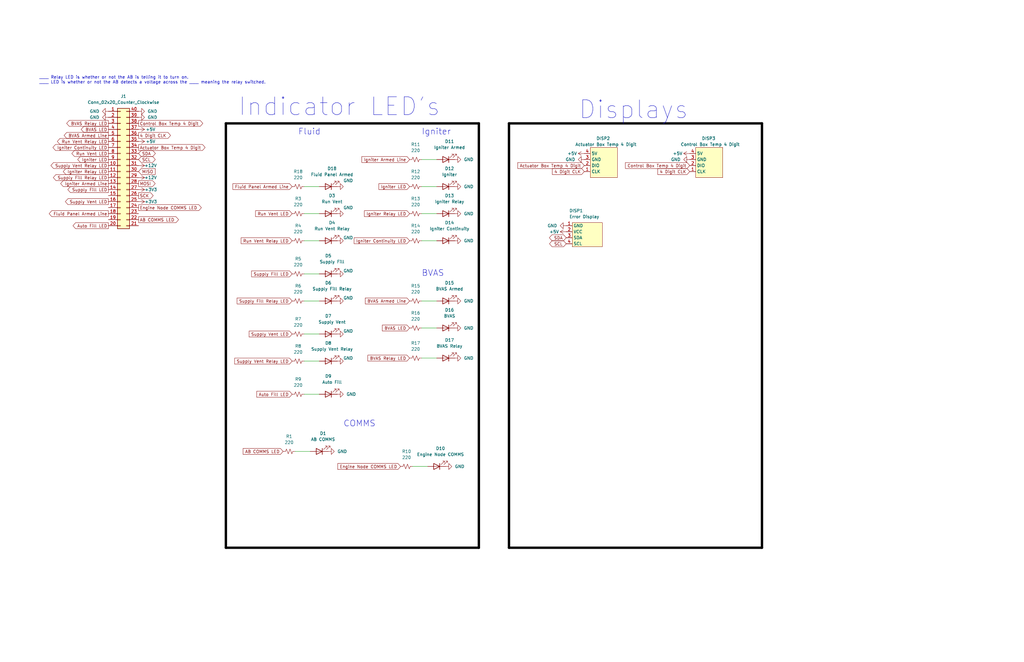
<source format=kicad_sch>
(kicad_sch (version 20211123) (generator eeschema)
  (paper "User" 431.8 279.4)
  (title_block (title "Display Board"))
  (lib_symbols
    (symbol "Connector_Generic:Conn_02x20_Counter_Clockwise" (pin_names (offset 1.016) hide)
      (property "Reference" "J" (at 1.27 25.4 0))
      (property "Value" "Conn_02x20_Counter_Clockwise" (at 1.27 -27.94 0))
      (symbol "Conn_02x20_Counter_Clockwise_1_1"
        (rectangle (start -1.27 -25.273) (end 0 -25.527) (stroke (width 0.1524)))
        (rectangle (start -1.27 -22.733) (end 0 -22.987) (stroke (width 0.1524)))
        (rectangle (start -1.27 -20.193) (end 0 -20.447) (stroke (width 0.1524)))
        (rectangle (start -1.27 -17.653) (end 0 -17.907) (stroke (width 0.1524)))
        (rectangle (start -1.27 -15.113) (end 0 -15.367) (stroke (width 0.1524)))
        (rectangle (start -1.27 -12.573) (end 0 -12.827) (stroke (width 0.1524)))
        (rectangle (start -1.27 -10.033) (end 0 -10.287) (stroke (width 0.1524)))
        (rectangle (start -1.27 -7.493) (end 0 -7.747) (stroke (width 0.1524)))
        (rectangle (start -1.27 -4.953) (end 0 -5.207) (stroke (width 0.1524)))
        (rectangle (start -1.27 -2.413) (end 0 -2.667) (stroke (width 0.1524)))
        (rectangle (start -1.27 0.127) (end 0 -0.127) (stroke (width 0.1524)))
        (rectangle (start -1.27 2.667) (end 0 2.413) (stroke (width 0.1524)))
        (rectangle (start -1.27 5.207) (end 0 4.953) (stroke (width 0.1524)))
        (rectangle (start -1.27 7.747) (end 0 7.493) (stroke (width 0.1524)))
        (rectangle (start -1.27 10.287) (end 0 10.033) (stroke (width 0.1524)))
        (rectangle (start -1.27 12.827) (end 0 12.573) (stroke (width 0.1524)))
        (rectangle (start -1.27 15.367) (end 0 15.113) (stroke (width 0.1524)))
        (rectangle (start -1.27 17.907) (end 0 17.653) (stroke (width 0.1524)))
        (rectangle (start -1.27 20.447) (end 0 20.193) (stroke (width 0.1524)))
        (rectangle (start -1.27 22.987) (end 0 22.733) (stroke (width 0.1524)))
        (rectangle (start -1.27 24.13) (end 3.81 -26.67) (stroke (width 0.254)) (fill (type background)))
        (rectangle (start 3.81 -25.273) (end 2.54 -25.527) (stroke (width 0.1524)))
        (rectangle (start 3.81 -22.733) (end 2.54 -22.987) (stroke (width 0.1524)))
        (rectangle (start 3.81 -20.193) (end 2.54 -20.447) (stroke (width 0.1524)))
        (rectangle (start 3.81 -17.653) (end 2.54 -17.907) (stroke (width 0.1524)))
        (rectangle (start 3.81 -15.113) (end 2.54 -15.367) (stroke (width 0.1524)))
        (rectangle (start 3.81 -12.573) (end 2.54 -12.827) (stroke (width 0.1524)))
        (rectangle (start 3.81 -10.033) (end 2.54 -10.287) (stroke (width 0.1524)))
        (rectangle (start 3.81 -7.493) (end 2.54 -7.747) (stroke (width 0.1524)))
        (rectangle (start 3.81 -4.953) (end 2.54 -5.207) (stroke (width 0.1524)))
        (rectangle (start 3.81 -2.413) (end 2.54 -2.667) (stroke (width 0.1524)))
        (rectangle (start 3.81 0.127) (end 2.54 -0.127) (stroke (width 0.1524)))
        (rectangle (start 3.81 2.667) (end 2.54 2.413) (stroke (width 0.1524)))
        (rectangle (start 3.81 5.207) (end 2.54 4.953) (stroke (width 0.1524)))
        (rectangle (start 3.81 7.747) (end 2.54 7.493) (stroke (width 0.1524)))
        (rectangle (start 3.81 10.287) (end 2.54 10.033) (stroke (width 0.1524)))
        (rectangle (start 3.81 12.827) (end 2.54 12.573) (stroke (width 0.1524)))
        (rectangle (start 3.81 15.367) (end 2.54 15.113) (stroke (width 0.1524)))
        (rectangle (start 3.81 17.907) (end 2.54 17.653) (stroke (width 0.1524)))
        (rectangle (start 3.81 20.447) (end 2.54 20.193) (stroke (width 0.1524)))
        (rectangle (start 3.81 22.987) (end 2.54 22.733) (stroke (width 0.1524)))
        (pin passive line (at -5.08 22.86 0) (length 3.81) (name "Pin_1") (number "1"))
        (pin passive line (at -5.08 0 0) (length 3.81) (name "Pin_10") (number "10"))
        (pin passive line (at -5.08 -2.54 0) (length 3.81) (name "Pin_11") (number "11"))
        (pin passive line (at -5.08 -5.08 0) (length 3.81) (name "Pin_12") (number "12"))
        (pin passive line (at -5.08 -7.62 0) (length 3.81) (name "Pin_13") (number "13"))
        (pin passive line (at -5.08 -10.16 0) (length 3.81) (name "Pin_14") (number "14"))
        (pin passive line (at -5.08 -12.7 0) (length 3.81) (name "Pin_15") (number "15"))
        (pin passive line (at -5.08 -15.24 0) (length 3.81) (name "Pin_16") (number "16"))
        (pin passive line (at -5.08 -17.78 0) (length 3.81) (name "Pin_17") (number "17"))
        (pin passive line (at -5.08 -20.32 0) (length 3.81) (name "Pin_18") (number "18"))
        (pin passive line (at -5.08 -22.86 0) (length 3.81) (name "Pin_19") (number "19"))
        (pin passive line (at -5.08 20.32 0) (length 3.81) (name "Pin_2") (number "2"))
        (pin passive line (at -5.08 -25.4 0) (length 3.81) (name "Pin_20") (number "20"))
        (pin passive line (at 7.62 -25.4 180) (length 3.81) (name "Pin_21") (number "21"))
        (pin passive line (at 7.62 -22.86 180) (length 3.81) (name "Pin_22") (number "22"))
        (pin passive line (at 7.62 -20.32 180) (length 3.81) (name "Pin_23") (number "23"))
        (pin passive line (at 7.62 -17.78 180) (length 3.81) (name "Pin_24") (number "24"))
        (pin passive line (at 7.62 -15.24 180) (length 3.81) (name "Pin_25") (number "25"))
        (pin passive line (at 7.62 -12.7 180) (length 3.81) (name "Pin_26") (number "26"))
        (pin passive line (at 7.62 -10.16 180) (length 3.81) (name "Pin_27") (number "27"))
        (pin passive line (at 7.62 -7.62 180) (length 3.81) (name "Pin_28") (number "28"))
        (pin passive line (at 7.62 -5.08 180) (length 3.81) (name "Pin_29") (number "29"))
        (pin passive line (at -5.08 17.78 0) (length 3.81) (name "Pin_3") (number "3"))
        (pin passive line (at 7.62 -2.54 180) (length 3.81) (name "Pin_30") (number "30"))
        (pin passive line (at 7.62 0 180) (length 3.81) (name "Pin_31") (number "31"))
        (pin passive line (at 7.62 2.54 180) (length 3.81) (name "Pin_32") (number "32"))
        (pin passive line (at 7.62 5.08 180) (length 3.81) (name "Pin_33") (number "33"))
        (pin passive line (at 7.62 7.62 180) (length 3.81) (name "Pin_34") (number "34"))
        (pin passive line (at 7.62 10.16 180) (length 3.81) (name "Pin_35") (number "35"))
        (pin passive line (at 7.62 12.7 180) (length 3.81) (name "Pin_36") (number "36"))
        (pin passive line (at 7.62 15.24 180) (length 3.81) (name "Pin_37") (number "37"))
        (pin passive line (at 7.62 17.78 180) (length 3.81) (name "Pin_38") (number "38"))
        (pin passive line (at 7.62 20.32 180) (length 3.81) (name "Pin_39") (number "39"))
        (pin passive line (at -5.08 15.24 0) (length 3.81) (name "Pin_4") (number "4"))
        (pin passive line (at 7.62 22.86 180) (length 3.81) (name "Pin_40") (number "40"))
        (pin passive line (at -5.08 12.7 0) (length 3.81) (name "Pin_5") (number "5"))
        (pin passive line (at -5.08 10.16 0) (length 3.81) (name "Pin_6") (number "6"))
        (pin passive line (at -5.08 7.62 0) (length 3.81) (name "Pin_7") (number "7"))
        (pin passive line (at -5.08 5.08 0) (length 3.81) (name "Pin_8") (number "8"))
        (pin passive line (at -5.08 2.54 0) (length 3.81) (name "Pin_9") (number "9"))
      )
    )
    (symbol "Device:LED" (pin_numbers hide) (pin_names (offset 1.016) hide)
      (property "Reference" "D" (at 0 2.54 0))
      (property "Value" "LED" (at 0 -2.54 0))
      (symbol "LED_0_1"
        (polyline (pts (xy -1.27 -1.27) (xy -1.27 1.27)) (stroke (width 0.254)))
        (polyline (pts (xy -1.27 0) (xy 1.27 0)))
        (polyline (pts (xy 1.27 -1.27) (xy 1.27 1.27) (xy -1.27 0) (xy 1.27 -1.27)) (stroke (width 0.254)))
        (polyline (pts (xy -3.048 -0.762) (xy -4.572 -2.286) (xy -3.81 -2.286) (xy -4.572 -2.286) (xy -4.572 -1.524)))
        (polyline (pts (xy -1.778 -0.762) (xy -3.302 -2.286) (xy -2.54 -2.286) (xy -3.302 -2.286) (xy -3.302 -1.524)))
      )
      (symbol "LED_1_1"
        (pin passive line (at -3.81 0 0) (length 2.54) (name "K") (number "1"))
        (pin passive line (at 3.81 0 180) (length 2.54) (name "A") (number "2"))
      )
    )
    (symbol "Device:R_Small_US" (pin_numbers hide) (pin_names (offset 0.254) hide)
      (property "Reference" "R" (at 0.762 0.508 0))
      (property "Value" "R_Small_US" (at 0.762 -1.016 0))
      (symbol "R_Small_US_1_1"
        (polyline (pts (xy 0 0) (xy 1.016 -0.381) (xy 0 -0.762) (xy -1.016 -1.143) (xy 0 -1.524)))
        (polyline (pts (xy 0 1.524) (xy 1.016 1.143) (xy 0 0.762) (xy -1.016 0.381) (xy 0 0)))
        (pin passive line (at 0 2.54 270) (length 1.016) (name "~") (number "1"))
        (pin passive line (at 0 -2.54 90) (length 1.016) (name "~") (number "2"))
      )
    )
    (symbol "Test Specific Electronics:4_Digit_Display"
      (property "Reference" "DISP2" (at 2.54 -3.81 0))
      (property "Value" "4_Digit_Display" (at -6.35 -6.35 0))
      (symbol "4_Digit_Display_0_1"
        (rectangle (start 0 -7.62) (end 11.43 -20.32) (fill (type background)))
      )
      (symbol "4_Digit_Display_1_1"
        (pin input line (at -2.54 -17.78 0) (length 2.54) (name "CLK") (number "1"))
        (pin input line (at -2.54 -15.24 0) (length 2.54) (name "DIO") (number "2"))
        (pin power_in line (at -2.54 -12.7 0) (length 2.54) (name "GND") (number "3"))
        (pin power_in line (at -2.54 -10.16 0) (length 2.54) (name "5V") (number "4"))
      )
    )
    (symbol "Test Specific Electronics:I2C_Display_20x4"
      (property "Reference" "DISP" (at 0 0 0))
      (property "Value" "I2C_Display_20x4" (at 0 -2.54 0))
      (symbol "I2C_Display_20x4_0_1"
        (rectangle (start -6.35 -6.35) (end 6.35 -16.51) (fill (type background)))
      )
      (symbol "I2C_Display_20x4_1_1"
        (pin power_in line (at -8.89 -7.62 0) (length 2.54) (name "GND") (number "1"))
        (pin power_in line (at -8.89 -10.16 0) (length 2.54) (name "VCC") (number "2"))
        (pin bidirectional line (at -8.89 -12.7 0) (length 2.54) (name "SDA") (number "3"))
        (pin bidirectional line (at -8.89 -15.24 0) (length 2.54) (name "SCL") (number "4"))
      )
    )
    (symbol "power:+12V" (power) (pin_names (offset 0))
      (property "Value" "+12V" (at 0 3.556 0))
      (symbol "+12V_0_1"
        (polyline (pts (xy -0.762 1.27) (xy 0 2.54)))
        (polyline (pts (xy 0 0) (xy 0 2.54)))
        (polyline (pts (xy 0 2.54) (xy 0.762 1.27)))
      )
      (symbol "+12V_1_1"
        (pin power_in line (at 0 0 90) (length 0) hide (name "+12V") (number "1"))
      )
    )
    (symbol "power:+3V3" (power) (pin_names (offset 0))
      (property "Value" "+3V3" (at 0 3.556 0))
      (symbol "+3V3_0_1"
        (polyline (pts (xy -0.762 1.27) (xy 0 2.54)))
        (polyline (pts (xy 0 0) (xy 0 2.54)))
        (polyline (pts (xy 0 2.54) (xy 0.762 1.27)))
      )
      (symbol "+3V3_1_1"
        (pin power_in line (at 0 0 90) (length 0) hide (name "+3V3") (number "1"))
      )
    )
    (symbol "power:+5V" (power) (pin_names (offset 0))
      (property "Value" "+5V" (at 0 3.556 0))
      (symbol "+5V_0_1"
        (polyline (pts (xy -0.762 1.27) (xy 0 2.54)))
        (polyline (pts (xy 0 0) (xy 0 2.54)))
        (polyline (pts (xy 0 2.54) (xy 0.762 1.27)))
      )
      (symbol "+5V_1_1"
        (pin power_in line (at 0 0 90) (length 0) hide (name "+5V") (number "1"))
      )
    )
    (symbol "power:GND" (power) (pin_names (offset 0))
      (property "Value" "GND" (at 0 -3.81 0))
      (symbol "GND_0_1"
        (polyline (pts (xy 0 0) (xy 0 -1.27) (xy 1.27 -1.27) (xy 0 -2.54) (xy -1.27 -1.27) (xy 0 -1.27)))
      )
      (symbol "GND_1_1"
        (pin power_in line (at 0 0 270) (length 0) hide (name "GND") (number "1"))
      )
    )
  )
  (wire (pts (xy 177.8 90.17) (xy 184.15 90.17)))
  (polyline (pts (xy 201.93 52.07) (xy 201.93 231.14)) (stroke (width 1) (type solid) (color 0 0 0 1)))
  (polyline (pts (xy 214.63 52.07) (xy 214.63 231.14)) (stroke (width 1) (type solid) (color 0 0 0 1)))
  (wire (pts (xy 124.46 190.5) (xy 130.81 190.5)))
  (wire (pts (xy 128.27 166.37) (xy 134.62 166.37)))
  (polyline (pts (xy 214.63 231.14) (xy 321.31 231.14)) (stroke (width 1) (type solid) (color 0 0 0 1)))
  (wire (pts (xy 128.27 78.74) (xy 134.62 78.74)))
  (wire (pts (xy 128.27 115.57) (xy 134.62 115.57)))
  (wire (pts (xy 177.8 67.31) (xy 184.15 67.31)))
  (polyline (pts (xy 95.25 231.14) (xy 201.93 231.14)) (stroke (width 1) (type solid) (color 0 0 0 1)))
  (wire (pts (xy 128.27 90.17) (xy 134.62 90.17)))
  (wire (pts (xy 128.27 140.97) (xy 134.62 140.97)))
  (wire (pts (xy 177.8 151.13) (xy 184.15 151.13)))
  (polyline (pts (xy 321.31 52.07) (xy 214.63 52.07)) (stroke (width 1) (type solid) (color 0 0 0 1)))
  (wire (pts (xy 128.27 152.4) (xy 134.62 152.4)))
  (wire (pts (xy 177.8 101.6) (xy 184.15 101.6)))
  (polyline (pts (xy 201.93 52.07) (xy 95.25 52.07)) (stroke (width 1) (type solid) (color 0 0 0 1)))
  (wire (pts (xy 177.8 127) (xy 184.15 127)))
  (polyline (pts (xy 321.31 52.07) (xy 321.31 231.14)) (stroke (width 1) (type solid) (color 0 0 0 1)))
  (wire (pts (xy 177.8 138.43) (xy 184.15 138.43)))
  (wire (pts (xy 128.27 101.6) (xy 134.62 101.6)))
  (wire (pts (xy 128.27 127) (xy 134.62 127)))
  (polyline (pts (xy 95.25 52.07) (xy 95.25 231.14)) (stroke (width 1) (type solid) (color 0 0 0 1)))
  (wire (pts (xy 173.99 196.85) (xy 180.34 196.85)))
  (wire (pts (xy 177.8 78.74) (xy 184.15 78.74)))
  (text "Indicator LED's" (at 100.33 49.53 0) (effects (font (size 7.5 7.5)) (justify left bottom)))
  (text "COMMS" (at 144.78 180.34 0) (effects (font (size 2.54 2.54)) (justify left bottom)))
  (text "BVAS" (at 177.8 116.84 0) (effects (font (size 2.54 2.54)) (justify left bottom)))
  (text "Fluid" (at 125.73 57.15 0) (effects (font (size 2.54 2.54)) (justify left bottom)))
  (text "Displays" (at 243.84 50.8 0) (effects (font (size 7.5 7.5)) (justify left bottom)))
  (text "____ Relay LED is whether or not the AB is telling it to turn on.\n____ LED is whether or not the AB detects a voltage across the ____ meaning the relay switched." (at 16.51 35.56 0) (effects (font (size 1.27 1.27)) (justify left bottom)))
  (text "Igniter" (at 177.8 57.15 0) (effects (font (size 2.54 2.54)) (justify left bottom)))
  (global_label "Auto Fill LED" (shape output) (at 45.72 95.25 180) (property "Intersheet References" "${INTERSHEET_REFS}" (effects hide)))
  (global_label "Supply Vent LED" (shape output) (at 45.72 85.09 180) (property "Intersheet References" "${INTERSHEET_REFS}" (effects hide)))
  (global_label "BVAS Relay LED" (shape input) (at 172.72 151.13 180) (property "Intersheet References" "${INTERSHEET_REFS}" (effects hide)))
  (global_label "Run Vent LED" (shape output) (at 45.72 64.77 180) (property "Intersheet References" "${INTERSHEET_REFS}" (effects hide)))
  (global_label "4 Digit CLK" (shape input) (at 290.83 72.39 180) (property "Intersheet References" "${INTERSHEET_REFS}" (effects hide)))
  (global_label "Igniter Relay LED" (shape output) (at 45.72 72.39 180) (property "Intersheet References" "${INTERSHEET_REFS}" (effects hide)))
  (global_label "SDA" (shape bidirectional) (at 238.76 100.33 180) (property "Intersheet References" "${INTERSHEET_REFS}" (effects hide)))
  (global_label "4 Digit CLK" (shape output) (at 58.42 57.15 0) (property "Intersheet References" "${INTERSHEET_REFS}" (effects hide)))
  (global_label "4 Digit CLK" (shape input) (at 246.38 72.39 180) (property "Intersheet References" "${INTERSHEET_REFS}" (effects hide)))
  (global_label "Run Vent Relay LED" (shape output) (at 45.72 59.69 180) (property "Intersheet References" "${INTERSHEET_REFS}" (effects hide)))
  (global_label "Actuator Box Temp 4 Digit" (shape input) (at 246.38 69.85 180) (property "Intersheet References" "${INTERSHEET_REFS}" (effects hide)))
  (global_label "MISO" (shape input) (at 58.42 72.39 0) (property "Intersheet References" "${INTERSHEET_REFS}" (effects hide)))
  (global_label "AB COMMS LED" (shape output) (at 58.42 92.71 0) (property "Intersheet References" "${INTERSHEET_REFS}" (effects hide)))
  (global_label "BVAS Armed Line" (shape output) (at 45.72 57.15 180) (property "Intersheet References" "${INTERSHEET_REFS}" (effects hide)))
  (global_label "BVAS LED" (shape input) (at 172.72 138.43 180) (property "Intersheet References" "${INTERSHEET_REFS}" (effects hide)))
  (global_label "Supply Vent Relay LED" (shape output) (at 45.72 69.85 180) (property "Intersheet References" "${INTERSHEET_REFS}" (effects hide)))
  (global_label "Control Box Temp 4 Digit" (shape output) (at 58.42 52.07 0) (property "Intersheet References" "${INTERSHEET_REFS}" (effects hide)))
  (global_label "AB COMMS LED" (shape input) (at 119.38 190.5 180) (property "Intersheet References" "${INTERSHEET_REFS}" (effects hide)))
  (global_label "Fluid Panel Armed Line" (shape output) (at 45.72 90.17 180) (property "Intersheet References" "${INTERSHEET_REFS}" (effects hide)))
  (global_label "Actuator Box Temp 4 Digit" (shape output) (at 58.42 62.23 0) (property "Intersheet References" "${INTERSHEET_REFS}" (effects hide)))
  (global_label "SCL" (shape bidirectional) (at 58.42 67.31 0) (property "Intersheet References" "${INTERSHEET_REFS}" (effects hide)))
  (global_label "SCK" (shape output) (at 58.42 82.55 0) (property "Intersheet References" "${INTERSHEET_REFS}" (effects hide)))
  (global_label "SDA" (shape bidirectional) (at 58.42 64.77 0) (property "Intersheet References" "${INTERSHEET_REFS}" (effects hide)))
  (global_label "Supply Vent Relay LED" (shape input) (at 123.19 152.4 180) (property "Intersheet References" "${INTERSHEET_REFS}" (effects hide)))
  (global_label "Supply Fill LED" (shape output) (at 45.72 80.01 180) (property "Intersheet References" "${INTERSHEET_REFS}" (effects hide)))
  (global_label "BVAS Relay LED" (shape output) (at 45.72 52.07 180) (property "Intersheet References" "${INTERSHEET_REFS}" (effects hide)))
  (global_label "Engine Node COMMS LED" (shape output) (at 58.42 87.63 0) (property "Intersheet References" "${INTERSHEET_REFS}" (effects hide)))
  (global_label "BVAS Armed Line" (shape input) (at 172.72 127 180) (property "Intersheet References" "${INTERSHEET_REFS}" (effects hide)))
  (global_label "Igniter LED" (shape input) (at 172.72 78.74 180) (property "Intersheet References" "${INTERSHEET_REFS}" (effects hide)))
  (global_label "BVAS LED" (shape output) (at 45.72 54.61 180) (property "Intersheet References" "${INTERSHEET_REFS}" (effects hide)))
  (global_label "Igniter Armed Line" (shape input) (at 172.72 67.31 180) (property "Intersheet References" "${INTERSHEET_REFS}" (effects hide)))
  (global_label "Run Vent LED" (shape input) (at 123.19 90.17 180) (property "Intersheet References" "${INTERSHEET_REFS}" (effects hide)))
  (global_label "Run Vent Relay LED" (shape input) (at 123.19 101.6 180) (property "Intersheet References" "${INTERSHEET_REFS}" (effects hide)))
  (global_label "Auto Fill LED" (shape input) (at 123.19 166.37 180) (property "Intersheet References" "${INTERSHEET_REFS}" (effects hide)))
  (global_label "Igniter Relay LED" (shape input) (at 172.72 90.17 180) (property "Intersheet References" "${INTERSHEET_REFS}" (effects hide)))
  (global_label "Supply Vent LED" (shape input) (at 123.19 140.97 180) (property "Intersheet References" "${INTERSHEET_REFS}" (effects hide)))
  (global_label "Engine Node COMMS LED" (shape input) (at 168.91 196.85 180) (property "Intersheet References" "${INTERSHEET_REFS}" (effects hide)))
  (global_label "SCL" (shape bidirectional) (at 238.76 102.87 180) (property "Intersheet References" "${INTERSHEET_REFS}" (effects hide)))
  (global_label "Igniter Continuity LED" (shape input) (at 172.72 101.6 180) (property "Intersheet References" "${INTERSHEET_REFS}" (effects hide)))
  (global_label "Supply Fill LED" (shape input) (at 123.19 115.57 180) (property "Intersheet References" "${INTERSHEET_REFS}" (effects hide)))
  (global_label "Supply Fill Relay LED" (shape output) (at 45.72 74.93 180) (property "Intersheet References" "${INTERSHEET_REFS}" (effects hide)))
  (global_label "MOSI" (shape output) (at 58.42 77.47 0) (property "Intersheet References" "${INTERSHEET_REFS}" (effects hide)))
  (global_label "Fluid Panel Armed Line" (shape input) (at 123.19 78.74 180) (property "Intersheet References" "${INTERSHEET_REFS}" (effects hide)))
  (global_label "Igniter Continuity LED" (shape output) (at 45.72 62.23 180) (property "Intersheet References" "${INTERSHEET_REFS}" (effects hide)))
  (global_label "Igniter Armed Line" (shape output) (at 45.72 77.47 180) (property "Intersheet References" "${INTERSHEET_REFS}" (effects hide)))
  (global_label "Supply Fill Relay LED" (shape input) (at 123.19 127 180) (property "Intersheet References" "${INTERSHEET_REFS}" (effects hide)))
  (global_label "Igniter LED" (shape output) (at 45.72 67.31 180) (property "Intersheet References" "${INTERSHEET_REFS}" (effects hide)))
  (global_label "Control Box Temp 4 Digit" (shape input) (at 290.83 69.85 180) (property "Intersheet References" "${INTERSHEET_REFS}" (effects hide)))
  (symbol (lib_id "power:+5V") (at 58.42 54.61 270) (unit 1)
    (property "Reference" "#PWR0102" (effects hide))
    (property "Value" "+5V" (at 63.5 54.61 90))
  )
  (symbol (lib_id "power:GND") (at 191.77 151.13 90) (unit 1)
    (property "Reference" "#PWR025" (effects hide))
    (property "Value" "GND" (at 195.58 151.1299 90) (effects (justify right)))
  )
  (symbol (lib_id "power:+3V3") (at 58.42 80.01 270) (unit 1)
    (property "Reference" "#PWR0110" (effects hide))
    (property "Value" "+3V3" (at 60.96 80.01 90) (effects (justify left)))
  )
  (symbol (lib_id "power:GND") (at 191.77 90.17 90) (unit 1)
    (property "Reference" "#PWR021" (effects hide))
    (property "Value" "GND" (at 195.58 90.1699 90) (effects (justify right)))
  )
  (symbol (lib_id "power:GND") (at 246.38 67.31 270) (unit 1)
    (property "Reference" "#PWR029" (effects hide))
    (property "Value" "GND" (at 242.57 67.31 90) (effects (justify right)))
  )
  (symbol (lib_id "power:GND") (at 138.43 190.5 90) (unit 1)
    (property "Reference" "#PWR09" (effects hide))
    (property "Value" "GND" (at 142.24 190.4999 90) (effects (justify right)))
  )
  (symbol (lib_id "Device:LED") (at 138.43 152.4 180) (unit 1)
    (property "Reference" "D8" (at 138.43 144.78 0))
    (property "Value" "Supply Vent Relay" (at 140.0175 147.32 0))
    (property "Footprint" "LED_THT:LED_D3.0mm" (effects hide))
  )
  (symbol (lib_id "power:GND") (at 142.24 152.4 90) (unit 1)
    (property "Reference" "#PWR016" (effects hide))
    (property "Value" "GND" (at 144.78 151.13 90) (effects (justify right)))
  )
  (symbol (lib_id "power:+5V") (at 238.76 97.79 90) (unit 1)
    (property "Reference" "#PWR027" (effects hide))
    (property "Value" "+5V" (at 233.68 97.79 90))
  )
  (symbol (lib_id "power:+12V") (at 58.42 69.85 270) (unit 1)
    (property "Reference" "#PWR0108" (effects hide))
    (property "Value" "+12V" (at 63.5 69.85 90))
  )
  (symbol (lib_id "power:GND") (at 191.77 101.6 90) (unit 1)
    (property "Reference" "#PWR022" (effects hide))
    (property "Value" "GND" (at 195.58 101.5999 90) (effects (justify right)))
  )
  (symbol (lib_id "Device:LED") (at 187.96 101.6 180) (unit 1)
    (property "Reference" "D14" (at 189.5475 93.98 0))
    (property "Value" "Igniter Continuity" (at 189.5475 96.52 0))
    (property "Footprint" "LED_THT:LED_D3.0mm" (effects hide))
  )
  (symbol (lib_id "power:GND") (at 191.77 78.74 90) (unit 1)
    (property "Reference" "#PWR020" (effects hide))
    (property "Value" "GND" (at 195.58 78.7399 90) (effects (justify right)))
  )
  (symbol (lib_id "power:+12V") (at 58.42 74.93 270) (unit 1)
    (property "Reference" "#PWR0107" (effects hide))
    (property "Value" "+12V" (at 63.5 74.93 90))
  )
  (symbol (lib_id "Device:LED") (at 184.15 196.85 180) (unit 1)
    (property "Reference" "D10" (at 185.7375 189.23 0))
    (property "Value" "Engine Node COMMS" (at 185.7375 191.77 0))
    (property "Footprint" "LED_THT:LED_D3.0mm" (effects hide))
  )
  (symbol (lib_id "power:GND") (at 142.24 140.97 90) (unit 1)
    (property "Reference" "#PWR015" (effects hide))
    (property "Value" "GND" (at 144.78 139.7 90) (effects (justify right)))
  )
  (symbol (lib_id "power:+5V") (at 290.83 64.77 90) (unit 1)
    (property "Reference" "#PWR030" (effects hide))
    (property "Value" "+5V" (at 285.75 64.77 90))
  )
  (symbol (lib_id "Device:LED") (at 187.96 78.74 180) (unit 1)
    (property "Reference" "D12" (at 189.5475 71.12 0))
    (property "Value" "Igniter" (at 189.5475 73.66 0))
    (property "Footprint" "LED_THT:LED_D3.0mm" (effects hide))
  )
  (symbol (lib_id "Device:LED") (at 187.96 90.17 180) (unit 1)
    (property "Reference" "D13" (at 189.5475 82.55 0))
    (property "Value" "Igniter Relay" (at 189.5475 85.09 0))
    (property "Footprint" "LED_THT:LED_D3.0mm" (effects hide))
  )
  (symbol (lib_id "Device:R_Small_US") (at 121.92 190.5 90) (unit 1)
    (property "Reference" "R1" (at 121.92 184.15 90))
    (property "Value" "220" (at 121.92 186.69 90))
    (property "Footprint" "Resistor_THT:R_Axial_DIN0207_L6.3mm_D2.5mm_P10.16mm_Horizontal" (effects hide))
  )
  (symbol (lib_id "Connector_Generic:Conn_02x20_Counter_Clockwise") (at 50.8 69.85 0) (unit 1)
    (property "Reference" "J1" (at 52.07 40.64 0))
    (property "Value" "Conn_02x20_Counter_Clockwise" (at 52.07 43.18 0))
    (property "Footprint" "Connector_IDC:IDC-Header_2x20_P2.54mm_Vertical" (effects hide))
  )
  (symbol (lib_id "power:GND") (at 58.42 46.99 90) (unit 1)
    (property "Reference" "#PWR0104" (effects hide))
    (property "Value" "GND" (at 62.23 46.9899 90) (effects (justify right)))
  )
  (symbol (lib_id "power:GND") (at 142.24 166.37 90) (unit 1)
    (property "Reference" "#PWR017" (effects hide))
    (property "Value" "GND" (at 146.05 166.3699 90) (effects (justify right)))
  )
  (symbol (lib_id "Test Specific Electronics:4_Digit_Display") (at 293.37 54.61 0) (unit 1)
    (property "Reference" "DISP3" (at 295.91 58.42 0) (effects (justify left)))
    (property "Value" "Control Box Temp 4 Digit" (at 287.02 60.96 0) (effects (justify left)))
    (property "Footprint" "Connector_PinSocket_2.54mm:PinSocket_1x04_P2.54mm_Vertical" (effects hide))
  )
  (symbol (lib_id "Device:R_Small_US") (at 125.73 140.97 90) (unit 1)
    (property "Reference" "R7" (at 125.73 134.62 90))
    (property "Value" "220" (at 125.73 137.16 90))
    (property "Footprint" "Resistor_THT:R_Axial_DIN0207_L6.3mm_D2.5mm_P10.16mm_Horizontal" (effects hide))
  )
  (symbol (lib_id "Device:LED") (at 134.62 190.5 180) (unit 1)
    (property "Reference" "D1" (at 136.2075 182.88 0))
    (property "Value" "AB COMMS" (at 136.2075 185.42 0))
    (property "Footprint" "LED_THT:LED_D3.0mm" (effects hide))
  )
  (symbol (lib_id "Device:LED") (at 187.96 67.31 180) (unit 1)
    (property "Reference" "D11" (at 189.5475 59.69 0))
    (property "Value" "Igniter Armed" (at 189.5475 62.23 0))
    (property "Footprint" "LED_THT:LED_D3.0mm" (effects hide))
  )
  (symbol (lib_id "Device:LED") (at 138.43 115.57 180) (unit 1)
    (property "Reference" "D5" (at 138.43 107.95 0))
    (property "Value" "Supply Fill" (at 140.0175 110.49 0))
    (property "Footprint" "LED_THT:LED_D3.0mm" (effects hide))
  )
  (symbol (lib_id "Device:LED") (at 187.96 138.43 180) (unit 1)
    (property "Reference" "D16" (at 189.5475 130.81 0))
    (property "Value" "BVAS" (at 189.5475 133.35 0))
    (property "Footprint" "LED_THT:LED_D3.0mm" (effects hide))
  )
  (symbol (lib_id "Test Specific Electronics:4_Digit_Display") (at 248.92 54.61 0) (unit 1)
    (property "Reference" "DISP2" (at 251.46 58.42 0) (effects (justify left)))
    (property "Value" "Actuator Box Temp 4 Digit" (at 242.57 60.96 0) (effects (justify left)))
    (property "Footprint" "Connector_PinSocket_2.54mm:PinSocket_1x04_P2.54mm_Vertical" (effects hide))
  )
  (symbol (lib_id "power:GND") (at 142.24 127 90) (unit 1)
    (property "Reference" "#PWR014" (effects hide))
    (property "Value" "GND" (at 144.78 125.73 90) (effects (justify right)))
  )
  (symbol (lib_id "Device:R_Small_US") (at 125.73 127 90) (unit 1)
    (property "Reference" "R6" (at 125.73 120.65 90))
    (property "Value" "220" (at 125.73 123.19 90))
    (property "Footprint" "Resistor_THT:R_Axial_DIN0207_L6.3mm_D2.5mm_P10.16mm_Horizontal" (effects hide))
  )
  (symbol (lib_id "Device:LED") (at 138.43 78.74 180) (unit 1)
    (property "Reference" "D18" (at 140.0175 71.12 0))
    (property "Value" "Fluid Panel Armed" (at 140.0175 73.66 0))
    (property "Footprint" "LED_THT:LED_D3.0mm" (effects hide))
  )
  (symbol (lib_id "Device:R_Small_US") (at 125.73 166.37 90) (unit 1)
    (property "Reference" "R9" (at 125.73 160.02 90))
    (property "Value" "220" (at 125.73 162.56 90))
    (property "Footprint" "Resistor_THT:R_Axial_DIN0207_L6.3mm_D2.5mm_P10.16mm_Horizontal" (effects hide))
  )
  (symbol (lib_id "power:GND") (at 58.42 49.53 90) (unit 1)
    (property "Reference" "#PWR0105" (effects hide))
    (property "Value" "GND" (at 62.23 49.5299 90) (effects (justify right)))
  )
  (symbol (lib_id "Device:LED") (at 187.96 151.13 180) (unit 1)
    (property "Reference" "D17" (at 189.5475 143.51 0))
    (property "Value" "BVAS Relay" (at 189.5475 146.05 0))
    (property "Footprint" "LED_THT:LED_D3.0mm" (effects hide))
  )
  (symbol (lib_id "Device:R_Small_US") (at 125.73 78.74 90) (unit 1)
    (property "Reference" "R18" (at 125.73 72.39 90))
    (property "Value" "220" (at 125.73 74.93 90))
    (property "Footprint" "Resistor_THT:R_Axial_DIN0207_L6.3mm_D2.5mm_P10.16mm_Horizontal" (effects hide))
  )
  (symbol (lib_id "power:GND") (at 187.96 196.85 90) (unit 1)
    (property "Reference" "#PWR018" (effects hide))
    (property "Value" "GND" (at 191.77 196.8499 90) (effects (justify right)))
  )
  (symbol (lib_id "Device:R_Small_US") (at 175.26 101.6 90) (unit 1)
    (property "Reference" "R14" (at 175.26 95.25 90))
    (property "Value" "220" (at 175.26 97.79 90))
    (property "Footprint" "Resistor_THT:R_Axial_DIN0207_L6.3mm_D2.5mm_P10.16mm_Horizontal" (effects hide))
  )
  (symbol (lib_id "power:GND") (at 290.83 67.31 270) (unit 1)
    (property "Reference" "#PWR031" (effects hide))
    (property "Value" "GND" (at 287.02 67.3099 90) (effects (justify right)))
  )
  (symbol (lib_id "power:GND") (at 191.77 127 90) (unit 1)
    (property "Reference" "#PWR023" (effects hide))
    (property "Value" "GND" (at 195.58 126.9999 90) (effects (justify right)))
  )
  (symbol (lib_id "power:+5V") (at 246.38 64.77 90) (unit 1)
    (property "Reference" "#PWR028" (effects hide))
    (property "Value" "+5V" (at 241.3 64.77 90))
  )
  (symbol (lib_id "Device:R_Small_US") (at 125.73 90.17 90) (unit 1)
    (property "Reference" "R3" (at 125.73 83.82 90))
    (property "Value" "220" (at 125.73 86.36 90))
    (property "Footprint" "Resistor_THT:R_Axial_DIN0207_L6.3mm_D2.5mm_P10.16mm_Horizontal" (effects hide))
  )
  (symbol (lib_id "Device:LED") (at 138.43 90.17 180) (unit 1)
    (property "Reference" "D3" (at 140.0175 82.55 0))
    (property "Value" "Run Vent" (at 140.0175 85.09 0))
    (property "Footprint" "LED_THT:LED_D3.0mm" (effects hide))
  )
  (symbol (lib_id "power:GND") (at 191.77 67.31 90) (unit 1)
    (property "Reference" "#PWR019" (effects hide))
    (property "Value" "GND" (at 195.58 67.3099 90) (effects (justify right)))
  )
  (symbol (lib_id "Device:LED") (at 138.43 101.6 180) (unit 1)
    (property "Reference" "D4" (at 140.0175 93.98 0))
    (property "Value" "Run Vent Relay" (at 140.0175 96.52 0))
    (property "Footprint" "LED_THT:LED_D3.0mm" (effects hide))
  )
  (symbol (lib_id "Device:R_Small_US") (at 175.26 138.43 90) (unit 1)
    (property "Reference" "R16" (at 175.26 132.08 90))
    (property "Value" "220" (at 175.26 134.62 90))
    (property "Footprint" "Resistor_THT:R_Axial_DIN0207_L6.3mm_D2.5mm_P10.16mm_Horizontal" (effects hide))
  )
  (symbol (lib_id "Device:LED") (at 138.43 140.97 180) (unit 1)
    (property "Reference" "D7" (at 138.43 133.35 0))
    (property "Value" "Supply Vent" (at 140.0175 135.89 0))
    (property "Footprint" "LED_THT:LED_D3.0mm" (effects hide))
  )
  (symbol (lib_id "Test Specific Electronics:I2C_Display_20x4") (at 247.65 87.63 0) (unit 1)
    (property "Reference" "DISP1" (at 240.03 88.9 0) (effects (justify left)))
    (property "Value" "Error Display" (at 240.03 91.44 0) (effects (justify left)))
    (property "Footprint" "Test Specific Electronics:I2C_Display_20x4" (effects hide))
  )
  (symbol (lib_id "Device:R_Small_US") (at 125.73 101.6 90) (unit 1)
    (property "Reference" "R4" (at 125.73 95.25 90))
    (property "Value" "220" (at 125.73 97.79 90))
    (property "Footprint" "Resistor_THT:R_Axial_DIN0207_L6.3mm_D2.5mm_P10.16mm_Horizontal" (effects hide))
  )
  (symbol (lib_id "power:+5V") (at 58.42 59.69 270) (unit 1)
    (property "Reference" "#PWR0103" (effects hide))
    (property "Value" "+5V" (at 63.5 59.69 90))
  )
  (symbol (lib_id "power:GND") (at 45.72 49.53 270) (unit 1)
    (property "Reference" "#PWR0106" (effects hide))
    (property "Value" "GND" (at 41.91 49.5301 90) (effects (justify right)))
  )
  (symbol (lib_id "Device:R_Small_US") (at 175.26 67.31 90) (unit 1)
    (property "Reference" "R11" (at 175.26 60.96 90))
    (property "Value" "220" (at 175.26 63.5 90))
    (property "Footprint" "Resistor_THT:R_Axial_DIN0207_L6.3mm_D2.5mm_P10.16mm_Horizontal" (effects hide))
  )
  (symbol (lib_id "power:GND") (at 142.24 101.6 90) (unit 1)
    (property "Reference" "#PWR012" (effects hide))
    (property "Value" "GND" (at 144.78 100.33 90) (effects (justify right)))
  )
  (symbol (lib_id "power:GND") (at 191.77 138.43 90) (unit 1)
    (property "Reference" "#PWR024" (effects hide))
    (property "Value" "GND" (at 195.58 138.4299 90) (effects (justify right)))
  )
  (symbol (lib_id "Device:R_Small_US") (at 175.26 151.13 90) (unit 1)
    (property "Reference" "R17" (at 175.26 144.78 90))
    (property "Value" "220" (at 175.26 147.32 90))
    (property "Footprint" "Resistor_THT:R_Axial_DIN0207_L6.3mm_D2.5mm_P10.16mm_Horizontal" (effects hide))
  )
  (symbol (lib_id "power:GND") (at 238.76 95.25 270) (unit 1)
    (property "Reference" "#PWR026" (effects hide))
    (property "Value" "GND" (at 234.95 95.25 90) (effects (justify right)))
  )
  (symbol (lib_id "Device:LED") (at 138.43 166.37 180) (unit 1)
    (property "Reference" "D9" (at 138.43 158.75 0))
    (property "Value" "Auto Fill" (at 140.0175 161.29 0))
    (property "Footprint" "LED_THT:LED_D3.0mm" (effects hide))
  )
  (symbol (lib_id "Device:R_Small_US") (at 125.73 152.4 90) (unit 1)
    (property "Reference" "R8" (at 125.73 146.05 90))
    (property "Value" "220" (at 125.73 148.59 90))
    (property "Footprint" "Resistor_THT:R_Axial_DIN0207_L6.3mm_D2.5mm_P10.16mm_Horizontal" (effects hide))
  )
  (symbol (lib_id "Device:R_Small_US") (at 175.26 78.74 90) (unit 1)
    (property "Reference" "R12" (at 175.26 72.39 90))
    (property "Value" "220" (at 175.26 74.93 90))
    (property "Footprint" "Resistor_THT:R_Axial_DIN0207_L6.3mm_D2.5mm_P10.16mm_Horizontal" (effects hide))
  )
  (symbol (lib_id "Device:R_Small_US") (at 125.73 115.57 90) (unit 1)
    (property "Reference" "R5" (at 125.73 109.22 90))
    (property "Value" "220" (at 125.73 111.76 90))
    (property "Footprint" "Resistor_THT:R_Axial_DIN0207_L6.3mm_D2.5mm_P10.16mm_Horizontal" (effects hide))
  )
  (symbol (lib_id "Device:LED") (at 138.43 127 180) (unit 1)
    (property "Reference" "D6" (at 138.43 119.38 0))
    (property "Value" "Supply Fill Relay" (at 140.0175 121.92 0))
    (property "Footprint" "LED_THT:LED_D3.0mm" (effects hide))
  )
  (symbol (lib_id "Device:LED") (at 187.96 127 180) (unit 1)
    (property "Reference" "D15" (at 189.5475 119.38 0))
    (property "Value" "BVAS Armed" (at 189.5475 121.92 0))
    (property "Footprint" "LED_THT:LED_D3.0mm" (effects hide))
  )
  (symbol (lib_id "power:+3V3") (at 58.42 85.09 270) (unit 1)
    (property "Reference" "#PWR0109" (effects hide))
    (property "Value" "+3V3" (at 60.96 85.09 90) (effects (justify left)))
  )
  (symbol (lib_id "Device:R_Small_US") (at 175.26 90.17 90) (unit 1)
    (property "Reference" "R13" (at 175.26 83.82 90))
    (property "Value" "220" (at 175.26 86.36 90))
    (property "Footprint" "Resistor_THT:R_Axial_DIN0207_L6.3mm_D2.5mm_P10.16mm_Horizontal" (effects hide))
  )
  (symbol (lib_id "power:GND") (at 45.72 46.99 270) (unit 1)
    (property "Reference" "#PWR0101" (effects hide))
    (property "Value" "GND" (at 41.91 46.9901 90) (effects (justify right)))
  )
  (symbol (lib_id "power:GND") (at 142.24 115.57 90) (unit 1)
    (property "Reference" "#PWR013" (effects hide))
    (property "Value" "GND" (at 144.78 114.3 90) (effects (justify right)))
  )
  (symbol (lib_id "power:GND") (at 142.24 90.17 90) (unit 1)
    (property "Reference" "#PWR011" (effects hide))
    (property "Value" "GND" (at 144.78 87.63 90) (effects (justify right)))
  )
  (symbol (lib_id "power:GND") (at 142.24 78.74 90) (unit 1)
    (property "Reference" "#PWR032" (effects hide))
    (property "Value" "GND" (at 144.78 76.2 90) (effects (justify right)))
  )
  (symbol (lib_id "Device:R_Small_US") (at 175.26 127 90) (unit 1)
    (property "Reference" "R15" (at 175.26 120.65 90))
    (property "Value" "220" (at 175.26 123.19 90))
    (property "Footprint" "Resistor_THT:R_Axial_DIN0207_L6.3mm_D2.5mm_P10.16mm_Horizontal" (effects hide))
  )
  (symbol (lib_id "Device:R_Small_US") (at 171.45 196.85 90) (unit 1)
    (property "Reference" "R10" (at 171.45 190.5 90))
    (property "Value" "220" (at 171.45 193.04 90))
    (property "Footprint" "Resistor_THT:R_Axial_DIN0207_L6.3mm_D2.5mm_P10.16mm_Horizontal" (effects hide))
  )
)
</source>
